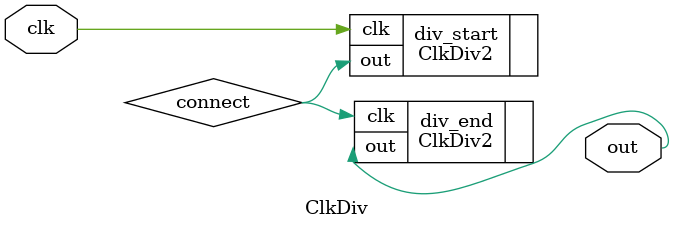
<source format=sv>
module ClkDiv #(
    parameter DIV_TIMES = 2)
    (
    input wire clk,
    output wire out
    );

wire [DIV_TIMES-2:0] connect;

ClkDiv2 div_start(.clk(clk), .out(connect[0]));
generate
    genvar i;
    for (i = 0; i < DIV_TIMES-2; i = i + 1)
        ClkDiv2 div_i(.clk(connect[i]), .out(connect[i+1]));
endgenerate
ClkDiv2 div_end(.clk(connect[DIV_TIMES-2]), .out(out));

endmodule

</source>
